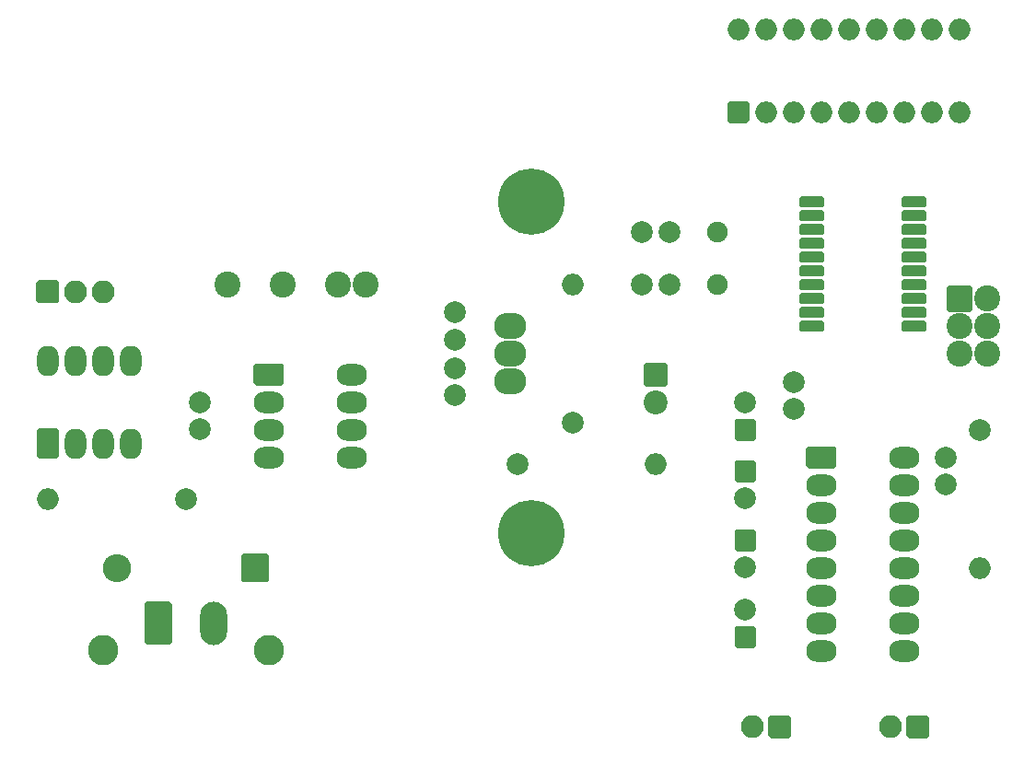
<source format=gbr>
G04 #@! TF.GenerationSoftware,KiCad,Pcbnew,(5.1.8)-1*
G04 #@! TF.CreationDate,2021-02-06T21:19:27+01:00*
G04 #@! TF.ProjectId,DMX2PMX,444d5832-504d-4582-9e6b-696361645f70,rev?*
G04 #@! TF.SameCoordinates,PX21e9a40PY3c8eee0*
G04 #@! TF.FileFunction,Soldermask,Bot*
G04 #@! TF.FilePolarity,Negative*
%FSLAX46Y46*%
G04 Gerber Fmt 4.6, Leading zero omitted, Abs format (unit mm)*
G04 Created by KiCad (PCBNEW (5.1.8)-1) date 2021-02-06 21:19:27*
%MOMM*%
%LPD*%
G01*
G04 APERTURE LIST*
%ADD10C,6.100000*%
%ADD11C,2.000000*%
%ADD12O,2.000000X2.000000*%
%ADD13C,1.900000*%
%ADD14C,2.400000*%
%ADD15O,2.940000X2.432000*%
%ADD16O,2.600000X2.600000*%
%ADD17C,2.200000*%
%ADD18O,2.100000X2.100000*%
%ADD19O,2.000000X2.800000*%
%ADD20O,2.800000X2.000000*%
%ADD21C,2.800000*%
%ADD22O,2.480000X4.000000*%
G04 APERTURE END LIST*
D10*
X48260000Y-52705000D03*
X48260000Y-22225000D03*
G36*
G01*
X72865000Y-33955000D02*
X72865000Y-33355000D01*
G75*
G02*
X73065000Y-33155000I200000J0D01*
G01*
X75015000Y-33155000D01*
G75*
G02*
X75215000Y-33355000I0J-200000D01*
G01*
X75215000Y-33955000D01*
G75*
G02*
X75015000Y-34155000I-200000J0D01*
G01*
X73065000Y-34155000D01*
G75*
G02*
X72865000Y-33955000I0J200000D01*
G01*
G37*
G36*
G01*
X72865000Y-32685000D02*
X72865000Y-32085000D01*
G75*
G02*
X73065000Y-31885000I200000J0D01*
G01*
X75015000Y-31885000D01*
G75*
G02*
X75215000Y-32085000I0J-200000D01*
G01*
X75215000Y-32685000D01*
G75*
G02*
X75015000Y-32885000I-200000J0D01*
G01*
X73065000Y-32885000D01*
G75*
G02*
X72865000Y-32685000I0J200000D01*
G01*
G37*
G36*
G01*
X72865000Y-31415000D02*
X72865000Y-30815000D01*
G75*
G02*
X73065000Y-30615000I200000J0D01*
G01*
X75015000Y-30615000D01*
G75*
G02*
X75215000Y-30815000I0J-200000D01*
G01*
X75215000Y-31415000D01*
G75*
G02*
X75015000Y-31615000I-200000J0D01*
G01*
X73065000Y-31615000D01*
G75*
G02*
X72865000Y-31415000I0J200000D01*
G01*
G37*
G36*
G01*
X72865000Y-30145000D02*
X72865000Y-29545000D01*
G75*
G02*
X73065000Y-29345000I200000J0D01*
G01*
X75015000Y-29345000D01*
G75*
G02*
X75215000Y-29545000I0J-200000D01*
G01*
X75215000Y-30145000D01*
G75*
G02*
X75015000Y-30345000I-200000J0D01*
G01*
X73065000Y-30345000D01*
G75*
G02*
X72865000Y-30145000I0J200000D01*
G01*
G37*
G36*
G01*
X72865000Y-28875000D02*
X72865000Y-28275000D01*
G75*
G02*
X73065000Y-28075000I200000J0D01*
G01*
X75015000Y-28075000D01*
G75*
G02*
X75215000Y-28275000I0J-200000D01*
G01*
X75215000Y-28875000D01*
G75*
G02*
X75015000Y-29075000I-200000J0D01*
G01*
X73065000Y-29075000D01*
G75*
G02*
X72865000Y-28875000I0J200000D01*
G01*
G37*
G36*
G01*
X72865000Y-27605000D02*
X72865000Y-27005000D01*
G75*
G02*
X73065000Y-26805000I200000J0D01*
G01*
X75015000Y-26805000D01*
G75*
G02*
X75215000Y-27005000I0J-200000D01*
G01*
X75215000Y-27605000D01*
G75*
G02*
X75015000Y-27805000I-200000J0D01*
G01*
X73065000Y-27805000D01*
G75*
G02*
X72865000Y-27605000I0J200000D01*
G01*
G37*
G36*
G01*
X72865000Y-26335000D02*
X72865000Y-25735000D01*
G75*
G02*
X73065000Y-25535000I200000J0D01*
G01*
X75015000Y-25535000D01*
G75*
G02*
X75215000Y-25735000I0J-200000D01*
G01*
X75215000Y-26335000D01*
G75*
G02*
X75015000Y-26535000I-200000J0D01*
G01*
X73065000Y-26535000D01*
G75*
G02*
X72865000Y-26335000I0J200000D01*
G01*
G37*
G36*
G01*
X72865000Y-25065000D02*
X72865000Y-24465000D01*
G75*
G02*
X73065000Y-24265000I200000J0D01*
G01*
X75015000Y-24265000D01*
G75*
G02*
X75215000Y-24465000I0J-200000D01*
G01*
X75215000Y-25065000D01*
G75*
G02*
X75015000Y-25265000I-200000J0D01*
G01*
X73065000Y-25265000D01*
G75*
G02*
X72865000Y-25065000I0J200000D01*
G01*
G37*
G36*
G01*
X72865000Y-23795000D02*
X72865000Y-23195000D01*
G75*
G02*
X73065000Y-22995000I200000J0D01*
G01*
X75015000Y-22995000D01*
G75*
G02*
X75215000Y-23195000I0J-200000D01*
G01*
X75215000Y-23795000D01*
G75*
G02*
X75015000Y-23995000I-200000J0D01*
G01*
X73065000Y-23995000D01*
G75*
G02*
X72865000Y-23795000I0J200000D01*
G01*
G37*
G36*
G01*
X72865000Y-22525000D02*
X72865000Y-21925000D01*
G75*
G02*
X73065000Y-21725000I200000J0D01*
G01*
X75015000Y-21725000D01*
G75*
G02*
X75215000Y-21925000I0J-200000D01*
G01*
X75215000Y-22525000D01*
G75*
G02*
X75015000Y-22725000I-200000J0D01*
G01*
X73065000Y-22725000D01*
G75*
G02*
X72865000Y-22525000I0J200000D01*
G01*
G37*
G36*
G01*
X82265000Y-22525000D02*
X82265000Y-21925000D01*
G75*
G02*
X82465000Y-21725000I200000J0D01*
G01*
X84415000Y-21725000D01*
G75*
G02*
X84615000Y-21925000I0J-200000D01*
G01*
X84615000Y-22525000D01*
G75*
G02*
X84415000Y-22725000I-200000J0D01*
G01*
X82465000Y-22725000D01*
G75*
G02*
X82265000Y-22525000I0J200000D01*
G01*
G37*
G36*
G01*
X82265000Y-23795000D02*
X82265000Y-23195000D01*
G75*
G02*
X82465000Y-22995000I200000J0D01*
G01*
X84415000Y-22995000D01*
G75*
G02*
X84615000Y-23195000I0J-200000D01*
G01*
X84615000Y-23795000D01*
G75*
G02*
X84415000Y-23995000I-200000J0D01*
G01*
X82465000Y-23995000D01*
G75*
G02*
X82265000Y-23795000I0J200000D01*
G01*
G37*
G36*
G01*
X82265000Y-25065000D02*
X82265000Y-24465000D01*
G75*
G02*
X82465000Y-24265000I200000J0D01*
G01*
X84415000Y-24265000D01*
G75*
G02*
X84615000Y-24465000I0J-200000D01*
G01*
X84615000Y-25065000D01*
G75*
G02*
X84415000Y-25265000I-200000J0D01*
G01*
X82465000Y-25265000D01*
G75*
G02*
X82265000Y-25065000I0J200000D01*
G01*
G37*
G36*
G01*
X82265000Y-26335000D02*
X82265000Y-25735000D01*
G75*
G02*
X82465000Y-25535000I200000J0D01*
G01*
X84415000Y-25535000D01*
G75*
G02*
X84615000Y-25735000I0J-200000D01*
G01*
X84615000Y-26335000D01*
G75*
G02*
X84415000Y-26535000I-200000J0D01*
G01*
X82465000Y-26535000D01*
G75*
G02*
X82265000Y-26335000I0J200000D01*
G01*
G37*
G36*
G01*
X82265000Y-27605000D02*
X82265000Y-27005000D01*
G75*
G02*
X82465000Y-26805000I200000J0D01*
G01*
X84415000Y-26805000D01*
G75*
G02*
X84615000Y-27005000I0J-200000D01*
G01*
X84615000Y-27605000D01*
G75*
G02*
X84415000Y-27805000I-200000J0D01*
G01*
X82465000Y-27805000D01*
G75*
G02*
X82265000Y-27605000I0J200000D01*
G01*
G37*
G36*
G01*
X82265000Y-28875000D02*
X82265000Y-28275000D01*
G75*
G02*
X82465000Y-28075000I200000J0D01*
G01*
X84415000Y-28075000D01*
G75*
G02*
X84615000Y-28275000I0J-200000D01*
G01*
X84615000Y-28875000D01*
G75*
G02*
X84415000Y-29075000I-200000J0D01*
G01*
X82465000Y-29075000D01*
G75*
G02*
X82265000Y-28875000I0J200000D01*
G01*
G37*
G36*
G01*
X82265000Y-30145000D02*
X82265000Y-29545000D01*
G75*
G02*
X82465000Y-29345000I200000J0D01*
G01*
X84415000Y-29345000D01*
G75*
G02*
X84615000Y-29545000I0J-200000D01*
G01*
X84615000Y-30145000D01*
G75*
G02*
X84415000Y-30345000I-200000J0D01*
G01*
X82465000Y-30345000D01*
G75*
G02*
X82265000Y-30145000I0J200000D01*
G01*
G37*
G36*
G01*
X82265000Y-31415000D02*
X82265000Y-30815000D01*
G75*
G02*
X82465000Y-30615000I200000J0D01*
G01*
X84415000Y-30615000D01*
G75*
G02*
X84615000Y-30815000I0J-200000D01*
G01*
X84615000Y-31415000D01*
G75*
G02*
X84415000Y-31615000I-200000J0D01*
G01*
X82465000Y-31615000D01*
G75*
G02*
X82265000Y-31415000I0J200000D01*
G01*
G37*
G36*
G01*
X82265000Y-32685000D02*
X82265000Y-32085000D01*
G75*
G02*
X82465000Y-31885000I200000J0D01*
G01*
X84415000Y-31885000D01*
G75*
G02*
X84615000Y-32085000I0J-200000D01*
G01*
X84615000Y-32685000D01*
G75*
G02*
X84415000Y-32885000I-200000J0D01*
G01*
X82465000Y-32885000D01*
G75*
G02*
X82265000Y-32685000I0J200000D01*
G01*
G37*
G36*
G01*
X82265000Y-33955000D02*
X82265000Y-33355000D01*
G75*
G02*
X82465000Y-33155000I200000J0D01*
G01*
X84415000Y-33155000D01*
G75*
G02*
X84615000Y-33355000I0J-200000D01*
G01*
X84615000Y-33955000D01*
G75*
G02*
X84415000Y-34155000I-200000J0D01*
G01*
X82465000Y-34155000D01*
G75*
G02*
X82265000Y-33955000I0J200000D01*
G01*
G37*
D11*
X60960000Y-29845000D03*
X58460000Y-29845000D03*
X60960000Y-25019000D03*
X58460000Y-25019000D03*
G36*
G01*
X68110000Y-14970000D02*
X66510000Y-14970000D01*
G75*
G02*
X66310000Y-14770000I0J200000D01*
G01*
X66310000Y-13170000D01*
G75*
G02*
X66510000Y-12970000I200000J0D01*
G01*
X68110000Y-12970000D01*
G75*
G02*
X68310000Y-13170000I0J-200000D01*
G01*
X68310000Y-14770000D01*
G75*
G02*
X68110000Y-14970000I-200000J0D01*
G01*
G37*
D12*
X87630000Y-6350000D03*
X69850000Y-13970000D03*
X85090000Y-6350000D03*
X72390000Y-13970000D03*
X82550000Y-6350000D03*
X74930000Y-13970000D03*
X80010000Y-6350000D03*
X77470000Y-13970000D03*
X77470000Y-6350000D03*
X80010000Y-13970000D03*
X74930000Y-6350000D03*
X82550000Y-13970000D03*
X72390000Y-6350000D03*
X85090000Y-13970000D03*
X69850000Y-6350000D03*
X87630000Y-13970000D03*
X67310000Y-6350000D03*
D13*
X65405000Y-29845000D03*
X65405000Y-24965000D03*
G36*
G01*
X86430000Y-32115000D02*
X86430000Y-30115000D01*
G75*
G02*
X86630000Y-29915000I200000J0D01*
G01*
X88630000Y-29915000D01*
G75*
G02*
X88830000Y-30115000I0J-200000D01*
G01*
X88830000Y-32115000D01*
G75*
G02*
X88630000Y-32315000I-200000J0D01*
G01*
X86630000Y-32315000D01*
G75*
G02*
X86430000Y-32115000I0J200000D01*
G01*
G37*
D14*
X87630000Y-33655000D03*
X87630000Y-36195000D03*
X90170000Y-31115000D03*
X90170000Y-33655000D03*
X90170000Y-36195000D03*
D11*
X41275000Y-32385000D03*
X41275000Y-34885000D03*
D15*
X46355000Y-36195000D03*
X46355000Y-33655000D03*
X46355000Y-38735000D03*
D11*
X89535000Y-43180000D03*
D12*
X89535000Y-55880000D03*
D11*
X17780000Y-40640000D03*
X17780000Y-43140000D03*
G36*
G01*
X67145000Y-45990000D02*
X68745000Y-45990000D01*
G75*
G02*
X68945000Y-46190000I0J-200000D01*
G01*
X68945000Y-47790000D01*
G75*
G02*
X68745000Y-47990000I-200000J0D01*
G01*
X67145000Y-47990000D01*
G75*
G02*
X66945000Y-47790000I0J200000D01*
G01*
X66945000Y-46190000D01*
G75*
G02*
X67145000Y-45990000I200000J0D01*
G01*
G37*
X67945000Y-49490000D03*
X72390000Y-38775000D03*
X72390000Y-41275000D03*
G36*
G01*
X67145000Y-52340000D02*
X68745000Y-52340000D01*
G75*
G02*
X68945000Y-52540000I0J-200000D01*
G01*
X68945000Y-54140000D01*
G75*
G02*
X68745000Y-54340000I-200000J0D01*
G01*
X67145000Y-54340000D01*
G75*
G02*
X66945000Y-54140000I0J200000D01*
G01*
X66945000Y-52540000D01*
G75*
G02*
X67145000Y-52340000I200000J0D01*
G01*
G37*
X67945000Y-55840000D03*
G36*
G01*
X68745000Y-44180000D02*
X67145000Y-44180000D01*
G75*
G02*
X66945000Y-43980000I0J200000D01*
G01*
X66945000Y-42380000D01*
G75*
G02*
X67145000Y-42180000I200000J0D01*
G01*
X68745000Y-42180000D01*
G75*
G02*
X68945000Y-42380000I0J-200000D01*
G01*
X68945000Y-43980000D01*
G75*
G02*
X68745000Y-44180000I-200000J0D01*
G01*
G37*
X67945000Y-40680000D03*
X41275000Y-40005000D03*
X41275000Y-37505000D03*
G36*
G01*
X24160000Y-54780000D02*
X24160000Y-56980000D01*
G75*
G02*
X23960000Y-57180000I-200000J0D01*
G01*
X21760000Y-57180000D01*
G75*
G02*
X21560000Y-56980000I0J200000D01*
G01*
X21560000Y-54780000D01*
G75*
G02*
X21760000Y-54580000I200000J0D01*
G01*
X23960000Y-54580000D01*
G75*
G02*
X24160000Y-54780000I0J-200000D01*
G01*
G37*
D16*
X10160000Y-55880000D03*
G36*
G01*
X58790000Y-37000000D02*
X60590000Y-37000000D01*
G75*
G02*
X60790000Y-37200000I0J-200000D01*
G01*
X60790000Y-39000000D01*
G75*
G02*
X60590000Y-39200000I-200000J0D01*
G01*
X58790000Y-39200000D01*
G75*
G02*
X58590000Y-39000000I0J200000D01*
G01*
X58590000Y-37200000D01*
G75*
G02*
X58790000Y-37000000I200000J0D01*
G01*
G37*
D17*
X59690000Y-40640000D03*
G36*
G01*
X4660000Y-31530000D02*
X2960000Y-31530000D01*
G75*
G02*
X2760000Y-31330000I0J200000D01*
G01*
X2760000Y-29630000D01*
G75*
G02*
X2960000Y-29430000I200000J0D01*
G01*
X4660000Y-29430000D01*
G75*
G02*
X4860000Y-29630000I0J-200000D01*
G01*
X4860000Y-31330000D01*
G75*
G02*
X4660000Y-31530000I-200000J0D01*
G01*
G37*
D18*
X6350000Y-30480000D03*
X8890000Y-30480000D03*
G36*
G01*
X82970000Y-69435000D02*
X84670000Y-69435000D01*
G75*
G02*
X84870000Y-69635000I0J-200000D01*
G01*
X84870000Y-71335000D01*
G75*
G02*
X84670000Y-71535000I-200000J0D01*
G01*
X82970000Y-71535000D01*
G75*
G02*
X82770000Y-71335000I0J200000D01*
G01*
X82770000Y-69635000D01*
G75*
G02*
X82970000Y-69435000I200000J0D01*
G01*
G37*
X81280000Y-70485000D03*
G36*
G01*
X70270000Y-69435000D02*
X71970000Y-69435000D01*
G75*
G02*
X72170000Y-69635000I0J-200000D01*
G01*
X72170000Y-71335000D01*
G75*
G02*
X71970000Y-71535000I-200000J0D01*
G01*
X70270000Y-71535000D01*
G75*
G02*
X70070000Y-71335000I0J200000D01*
G01*
X70070000Y-69635000D01*
G75*
G02*
X70270000Y-69435000I200000J0D01*
G01*
G37*
X68580000Y-70485000D03*
D11*
X16510000Y-49530000D03*
D12*
X3810000Y-49530000D03*
D11*
X46990000Y-46355000D03*
D12*
X59690000Y-46355000D03*
G36*
G01*
X4610000Y-45850000D02*
X3010000Y-45850000D01*
G75*
G02*
X2810000Y-45650000I0J200000D01*
G01*
X2810000Y-43250000D01*
G75*
G02*
X3010000Y-43050000I200000J0D01*
G01*
X4610000Y-43050000D01*
G75*
G02*
X4810000Y-43250000I0J-200000D01*
G01*
X4810000Y-45650000D01*
G75*
G02*
X4610000Y-45850000I-200000J0D01*
G01*
G37*
D19*
X11430000Y-36830000D03*
X6350000Y-44450000D03*
X8890000Y-36830000D03*
X8890000Y-44450000D03*
X6350000Y-36830000D03*
X11430000Y-44450000D03*
X3810000Y-36830000D03*
D14*
X33020000Y-29845000D03*
X30480000Y-29845000D03*
X25400000Y-29845000D03*
X20320000Y-29845000D03*
G36*
G01*
X73530000Y-46520000D02*
X73530000Y-44920000D01*
G75*
G02*
X73730000Y-44720000I200000J0D01*
G01*
X76130000Y-44720000D01*
G75*
G02*
X76330000Y-44920000I0J-200000D01*
G01*
X76330000Y-46520000D01*
G75*
G02*
X76130000Y-46720000I-200000J0D01*
G01*
X73730000Y-46720000D01*
G75*
G02*
X73530000Y-46520000I0J200000D01*
G01*
G37*
D20*
X82550000Y-63500000D03*
X74930000Y-48260000D03*
X82550000Y-60960000D03*
X74930000Y-50800000D03*
X82550000Y-58420000D03*
X74930000Y-53340000D03*
X82550000Y-55880000D03*
X74930000Y-55880000D03*
X82550000Y-53340000D03*
X74930000Y-58420000D03*
X82550000Y-50800000D03*
X74930000Y-60960000D03*
X82550000Y-48260000D03*
X74930000Y-63500000D03*
X82550000Y-45720000D03*
G36*
G01*
X68745000Y-63230000D02*
X67145000Y-63230000D01*
G75*
G02*
X66945000Y-63030000I0J200000D01*
G01*
X66945000Y-61430000D01*
G75*
G02*
X67145000Y-61230000I200000J0D01*
G01*
X68745000Y-61230000D01*
G75*
G02*
X68945000Y-61430000I0J-200000D01*
G01*
X68945000Y-63030000D01*
G75*
G02*
X68745000Y-63230000I-200000J0D01*
G01*
G37*
D11*
X67945000Y-59730000D03*
X86360000Y-48220000D03*
X86360000Y-45720000D03*
D21*
X24130000Y-63460000D03*
X8890000Y-63460000D03*
D22*
X19050000Y-60960000D03*
G36*
G01*
X12730000Y-62760000D02*
X12730000Y-59160000D01*
G75*
G02*
X12930000Y-58960000I200000J0D01*
G01*
X15010000Y-58960000D01*
G75*
G02*
X15210000Y-59160000I0J-200000D01*
G01*
X15210000Y-62760000D01*
G75*
G02*
X15010000Y-62960000I-200000J0D01*
G01*
X12930000Y-62960000D01*
G75*
G02*
X12730000Y-62760000I0J200000D01*
G01*
G37*
D12*
X52070000Y-29845000D03*
D11*
X52070000Y-42545000D03*
D20*
X31750000Y-38100000D03*
X24130000Y-45720000D03*
X31750000Y-40640000D03*
X24130000Y-43180000D03*
X31750000Y-43180000D03*
X24130000Y-40640000D03*
X31750000Y-45720000D03*
G36*
G01*
X22730000Y-38900000D02*
X22730000Y-37300000D01*
G75*
G02*
X22930000Y-37100000I200000J0D01*
G01*
X25330000Y-37100000D01*
G75*
G02*
X25530000Y-37300000I0J-200000D01*
G01*
X25530000Y-38900000D01*
G75*
G02*
X25330000Y-39100000I-200000J0D01*
G01*
X22930000Y-39100000D01*
G75*
G02*
X22730000Y-38900000I0J200000D01*
G01*
G37*
M02*

</source>
